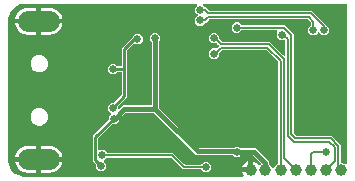
<source format=gbr>
G04 EAGLE Gerber RS-274X export*
G75*
%MOMM*%
%FSLAX34Y34*%
%LPD*%
%INBottom Copper*%
%IPPOS*%
%AMOC8*
5,1,8,0,0,1.08239X$1,22.5*%
G01*
%ADD10C,1.000000*%
%ADD11C,1.778000*%
%ADD12C,0.656400*%
%ADD13C,0.254000*%
%ADD14C,0.406400*%
%ADD15C,0.200000*%

G36*
X280920Y-227D02*
X280920Y-227D01*
X280995Y-226D01*
X281059Y-207D01*
X281124Y-197D01*
X281193Y-166D01*
X281266Y-145D01*
X281321Y-108D01*
X281381Y-81D01*
X281439Y-32D01*
X281502Y9D01*
X281545Y59D01*
X281596Y102D01*
X281637Y165D01*
X281686Y223D01*
X281714Y283D01*
X281750Y338D01*
X281772Y410D01*
X281804Y479D01*
X281813Y545D01*
X281832Y608D01*
X281833Y683D01*
X281844Y758D01*
X281835Y824D01*
X281836Y890D01*
X281816Y963D01*
X281806Y1037D01*
X281780Y1093D01*
X281761Y1162D01*
X281709Y1246D01*
X281676Y1317D01*
X281167Y2078D01*
X280599Y3451D01*
X280559Y3651D01*
X286850Y3651D01*
X286914Y3660D01*
X286978Y3659D01*
X287052Y3680D01*
X287129Y3691D01*
X287188Y3717D01*
X287250Y3734D01*
X287316Y3775D01*
X287386Y3807D01*
X287435Y3849D01*
X287490Y3882D01*
X287541Y3940D01*
X287600Y3990D01*
X287636Y4044D01*
X287679Y4092D01*
X287712Y4161D01*
X287755Y4226D01*
X287774Y4288D01*
X287802Y4345D01*
X287812Y4415D01*
X287837Y4496D01*
X287838Y4581D01*
X287849Y4650D01*
X287849Y5651D01*
X288850Y5651D01*
X288914Y5660D01*
X288978Y5659D01*
X289053Y5680D01*
X289129Y5691D01*
X289188Y5717D01*
X289250Y5734D01*
X289316Y5775D01*
X289386Y5807D01*
X289435Y5849D01*
X289490Y5882D01*
X289542Y5940D01*
X289600Y5990D01*
X289636Y6044D01*
X289679Y6092D01*
X289712Y6161D01*
X289755Y6226D01*
X289774Y6288D01*
X289802Y6346D01*
X289812Y6415D01*
X289837Y6496D01*
X289838Y6581D01*
X289849Y6650D01*
X289849Y12941D01*
X290050Y12901D01*
X291422Y12333D01*
X292657Y11507D01*
X293707Y10457D01*
X294209Y9707D01*
X294223Y9691D01*
X294232Y9673D01*
X294316Y9586D01*
X294397Y9496D01*
X294415Y9485D01*
X294429Y9470D01*
X294534Y9411D01*
X294636Y9347D01*
X294656Y9342D01*
X294675Y9331D01*
X294791Y9304D01*
X294908Y9271D01*
X294929Y9271D01*
X294949Y9267D01*
X295069Y9273D01*
X295190Y9274D01*
X295210Y9280D01*
X295231Y9281D01*
X295345Y9320D01*
X295460Y9355D01*
X295477Y9366D01*
X295497Y9373D01*
X295571Y9427D01*
X295696Y9509D01*
X295720Y9536D01*
X295746Y9555D01*
X296233Y10042D01*
X296272Y10093D01*
X296318Y10138D01*
X296356Y10206D01*
X296402Y10268D01*
X296425Y10328D01*
X296457Y10384D01*
X296475Y10459D01*
X296502Y10532D01*
X296507Y10595D01*
X296522Y10658D01*
X296518Y10736D01*
X296524Y10813D01*
X296512Y10871D01*
X296512Y10882D01*
X296510Y10889D01*
X296507Y10940D01*
X296482Y11013D01*
X296466Y11089D01*
X296442Y11134D01*
X296437Y11154D01*
X296428Y11168D01*
X296415Y11206D01*
X296374Y11263D01*
X296334Y11338D01*
X296305Y11367D01*
X296288Y11394D01*
X296257Y11423D01*
X296233Y11455D01*
X290030Y17659D01*
X289953Y17716D01*
X289882Y17781D01*
X289841Y17801D01*
X289804Y17828D01*
X289714Y17862D01*
X289628Y17904D01*
X289586Y17910D01*
X289540Y17927D01*
X289413Y17937D01*
X289323Y17951D01*
X279445Y17951D01*
X279350Y17938D01*
X279253Y17933D01*
X279210Y17918D01*
X279165Y17911D01*
X279078Y17872D01*
X278987Y17840D01*
X278953Y17815D01*
X278908Y17795D01*
X278811Y17712D01*
X278738Y17659D01*
X277781Y16701D01*
X274219Y16701D01*
X273162Y17759D01*
X273085Y17816D01*
X273014Y17881D01*
X272973Y17901D01*
X272936Y17928D01*
X272846Y17962D01*
X272760Y18004D01*
X272718Y18010D01*
X272673Y18027D01*
X272545Y18037D01*
X272455Y18051D01*
X241937Y18051D01*
X206330Y53659D01*
X206253Y53716D01*
X206182Y53781D01*
X206141Y53801D01*
X206104Y53828D01*
X206014Y53862D01*
X205928Y53904D01*
X205886Y53910D01*
X205840Y53927D01*
X205713Y53937D01*
X205623Y53951D01*
X182677Y53951D01*
X182582Y53938D01*
X182486Y53933D01*
X182442Y53918D01*
X182398Y53911D01*
X182310Y53872D01*
X182219Y53840D01*
X182185Y53815D01*
X182141Y53795D01*
X182043Y53712D01*
X181970Y53659D01*
X176591Y48280D01*
X176534Y48203D01*
X176469Y48132D01*
X176449Y48091D01*
X176422Y48054D01*
X176388Y47964D01*
X176346Y47878D01*
X176340Y47836D01*
X176323Y47790D01*
X176313Y47663D01*
X176299Y47573D01*
X176299Y47219D01*
X173781Y44701D01*
X171349Y44701D01*
X171254Y44688D01*
X171158Y44683D01*
X171115Y44668D01*
X171070Y44661D01*
X170982Y44622D01*
X170891Y44590D01*
X170857Y44565D01*
X170813Y44545D01*
X170716Y44462D01*
X170643Y44409D01*
X159011Y32777D01*
X158954Y32701D01*
X158889Y32629D01*
X158869Y32588D01*
X158842Y32552D01*
X158808Y32462D01*
X158766Y32375D01*
X158760Y32333D01*
X158743Y32288D01*
X158733Y32160D01*
X158719Y32071D01*
X158719Y23210D01*
X158723Y23178D01*
X158721Y23146D01*
X158743Y23039D01*
X158759Y22931D01*
X158772Y22902D01*
X158778Y22870D01*
X158830Y22774D01*
X158875Y22674D01*
X158896Y22650D01*
X158911Y22621D01*
X158987Y22543D01*
X159058Y22460D01*
X159085Y22442D01*
X159108Y22419D01*
X159203Y22365D01*
X159294Y22306D01*
X159325Y22296D01*
X159353Y22280D01*
X159460Y22255D01*
X159564Y22223D01*
X159596Y22223D01*
X159628Y22215D01*
X159737Y22221D01*
X159846Y22219D01*
X159877Y22228D01*
X159909Y22230D01*
X160012Y22265D01*
X160118Y22295D01*
X160124Y22299D01*
X163781Y22299D01*
X165770Y20309D01*
X165847Y20252D01*
X165918Y20187D01*
X165959Y20167D01*
X165996Y20140D01*
X166086Y20106D01*
X166172Y20064D01*
X166214Y20058D01*
X166259Y20041D01*
X166387Y20031D01*
X166477Y20017D01*
X221835Y20017D01*
X231543Y10309D01*
X231619Y10252D01*
X231691Y10187D01*
X231732Y10167D01*
X231768Y10140D01*
X231858Y10106D01*
X231945Y10064D01*
X231987Y10058D01*
X232032Y10041D01*
X232160Y10031D01*
X232249Y10017D01*
X245523Y10017D01*
X245618Y10030D01*
X245715Y10035D01*
X245758Y10050D01*
X245803Y10057D01*
X245890Y10096D01*
X245981Y10128D01*
X246015Y10153D01*
X246060Y10173D01*
X246157Y10256D01*
X246230Y10309D01*
X248219Y12299D01*
X251781Y12299D01*
X254299Y9781D01*
X254299Y6219D01*
X251781Y3701D01*
X248219Y3701D01*
X246230Y5691D01*
X246153Y5748D01*
X246082Y5813D01*
X246041Y5833D01*
X246004Y5860D01*
X245914Y5894D01*
X245828Y5936D01*
X245786Y5942D01*
X245741Y5959D01*
X245613Y5969D01*
X245523Y5983D01*
X230165Y5983D01*
X220457Y15691D01*
X220381Y15748D01*
X220309Y15813D01*
X220268Y15833D01*
X220232Y15860D01*
X220142Y15894D01*
X220055Y15936D01*
X220013Y15942D01*
X219968Y15959D01*
X219840Y15969D01*
X219751Y15983D01*
X166477Y15983D01*
X166382Y15970D01*
X166285Y15965D01*
X166242Y15950D01*
X166197Y15943D01*
X166110Y15904D01*
X166019Y15872D01*
X165985Y15847D01*
X165940Y15827D01*
X165843Y15744D01*
X165770Y15691D01*
X163786Y13707D01*
X163747Y13655D01*
X163701Y13610D01*
X163663Y13543D01*
X163617Y13481D01*
X163594Y13421D01*
X163562Y13365D01*
X163544Y13290D01*
X163517Y13217D01*
X163512Y13153D01*
X163497Y13091D01*
X163501Y13013D01*
X163495Y12936D01*
X163508Y12873D01*
X163512Y12809D01*
X163537Y12736D01*
X163553Y12660D01*
X163583Y12603D01*
X163604Y12542D01*
X163646Y12486D01*
X163685Y12411D01*
X163745Y12350D01*
X163786Y12293D01*
X165299Y10781D01*
X165299Y7219D01*
X162781Y4701D01*
X159219Y4701D01*
X156701Y7219D01*
X156701Y9777D01*
X156692Y9838D01*
X156693Y9883D01*
X156686Y9909D01*
X156683Y9968D01*
X156668Y10011D01*
X156661Y10056D01*
X156622Y10143D01*
X156618Y10154D01*
X156618Y10155D01*
X156590Y10234D01*
X156565Y10269D01*
X156545Y10313D01*
X156462Y10410D01*
X156409Y10483D01*
X155777Y11114D01*
X154145Y12746D01*
X154145Y34379D01*
X167409Y47643D01*
X167466Y47719D01*
X167531Y47791D01*
X167551Y47832D01*
X167578Y47868D01*
X167612Y47958D01*
X167654Y48044D01*
X167660Y48087D01*
X167677Y48132D01*
X167687Y48260D01*
X167701Y48349D01*
X167701Y50781D01*
X169214Y52293D01*
X169253Y52345D01*
X169299Y52390D01*
X169337Y52457D01*
X169383Y52519D01*
X169406Y52579D01*
X169438Y52635D01*
X169456Y52710D01*
X169483Y52783D01*
X169488Y52847D01*
X169503Y52910D01*
X169499Y52987D01*
X169505Y53064D01*
X169492Y53127D01*
X169488Y53191D01*
X169463Y53264D01*
X169447Y53340D01*
X169417Y53397D01*
X169396Y53458D01*
X169354Y53514D01*
X169315Y53589D01*
X169255Y53650D01*
X169214Y53707D01*
X166701Y56219D01*
X166701Y59781D01*
X169219Y62299D01*
X171651Y62299D01*
X171746Y62312D01*
X171842Y62317D01*
X171885Y62332D01*
X171930Y62339D01*
X172018Y62378D01*
X172108Y62410D01*
X172143Y62435D01*
X172187Y62455D01*
X172284Y62538D01*
X172357Y62591D01*
X178421Y68655D01*
X178478Y68731D01*
X178543Y68803D01*
X178563Y68844D01*
X178590Y68880D01*
X178624Y68970D01*
X178666Y69057D01*
X178672Y69099D01*
X178689Y69144D01*
X178699Y69272D01*
X178713Y69361D01*
X178713Y87714D01*
X178704Y87776D01*
X178705Y87825D01*
X178705Y87842D01*
X178684Y87917D01*
X178673Y87993D01*
X178647Y88052D01*
X178630Y88114D01*
X178589Y88180D01*
X178557Y88250D01*
X178515Y88299D01*
X178482Y88354D01*
X178424Y88406D01*
X178374Y88464D01*
X178320Y88500D01*
X178272Y88543D01*
X178203Y88576D01*
X178138Y88619D01*
X178076Y88638D01*
X178019Y88666D01*
X177949Y88677D01*
X177868Y88701D01*
X177783Y88702D01*
X177714Y88713D01*
X175207Y88713D01*
X175112Y88700D01*
X175015Y88695D01*
X174972Y88680D01*
X174927Y88673D01*
X174840Y88634D01*
X174749Y88602D01*
X174715Y88577D01*
X174670Y88557D01*
X174573Y88474D01*
X174500Y88421D01*
X172781Y86701D01*
X169219Y86701D01*
X166701Y89219D01*
X166701Y92781D01*
X169219Y95299D01*
X172781Y95299D01*
X174500Y93579D01*
X174577Y93522D01*
X174648Y93457D01*
X174689Y93437D01*
X174726Y93410D01*
X174816Y93376D01*
X174902Y93334D01*
X174944Y93328D01*
X174989Y93311D01*
X175117Y93301D01*
X175207Y93287D01*
X177714Y93287D01*
X177778Y93296D01*
X177842Y93295D01*
X177917Y93316D01*
X177993Y93327D01*
X178052Y93353D01*
X178114Y93370D01*
X178180Y93411D01*
X178250Y93443D01*
X178299Y93485D01*
X178354Y93518D01*
X178406Y93576D01*
X178464Y93626D01*
X178500Y93680D01*
X178543Y93728D01*
X178576Y93797D01*
X178619Y93862D01*
X178638Y93924D01*
X178666Y93981D01*
X178677Y94051D01*
X178701Y94132D01*
X178702Y94217D01*
X178713Y94286D01*
X178713Y108947D01*
X188109Y118343D01*
X188160Y118366D01*
X188251Y118398D01*
X188285Y118423D01*
X188330Y118443D01*
X188427Y118526D01*
X188500Y118579D01*
X190219Y120299D01*
X193781Y120299D01*
X196299Y117781D01*
X196299Y114219D01*
X193781Y111701D01*
X190219Y111701D01*
X189784Y112137D01*
X189732Y112175D01*
X189688Y112221D01*
X189620Y112260D01*
X189558Y112306D01*
X189498Y112329D01*
X189442Y112360D01*
X189367Y112378D01*
X189294Y112406D01*
X189230Y112411D01*
X189168Y112425D01*
X189090Y112421D01*
X189013Y112427D01*
X188950Y112414D01*
X188886Y112411D01*
X188813Y112386D01*
X188737Y112370D01*
X188680Y112340D01*
X188620Y112319D01*
X188563Y112277D01*
X188488Y112237D01*
X188427Y112178D01*
X188371Y112137D01*
X183579Y107345D01*
X183522Y107269D01*
X183457Y107197D01*
X183437Y107156D01*
X183410Y107120D01*
X183376Y107030D01*
X183334Y106943D01*
X183328Y106901D01*
X183311Y106856D01*
X183301Y106728D01*
X183287Y106639D01*
X183287Y67053D01*
X175591Y59357D01*
X175534Y59281D01*
X175469Y59209D01*
X175449Y59168D01*
X175422Y59132D01*
X175388Y59042D01*
X175346Y58955D01*
X175340Y58913D01*
X175323Y58868D01*
X175313Y58740D01*
X175299Y58651D01*
X175299Y58023D01*
X175303Y57991D01*
X175301Y57959D01*
X175323Y57852D01*
X175339Y57743D01*
X175352Y57714D01*
X175358Y57683D01*
X175410Y57586D01*
X175455Y57487D01*
X175476Y57462D01*
X175491Y57434D01*
X175567Y57355D01*
X175638Y57272D01*
X175665Y57255D01*
X175688Y57231D01*
X175783Y57178D01*
X175874Y57118D01*
X175905Y57108D01*
X175933Y57092D01*
X176039Y57067D01*
X176144Y57035D01*
X176176Y57035D01*
X176207Y57028D01*
X176317Y57033D01*
X176426Y57032D01*
X176457Y57040D01*
X176489Y57042D01*
X176592Y57078D01*
X176698Y57107D01*
X176725Y57124D01*
X176756Y57134D01*
X176829Y57188D01*
X176938Y57255D01*
X176970Y57291D01*
X177005Y57316D01*
X179737Y60049D01*
X202952Y60049D01*
X203016Y60058D01*
X203080Y60057D01*
X203155Y60078D01*
X203231Y60089D01*
X203290Y60115D01*
X203352Y60132D01*
X203418Y60173D01*
X203488Y60205D01*
X203537Y60247D01*
X203592Y60280D01*
X203644Y60338D01*
X203702Y60388D01*
X203738Y60442D01*
X203781Y60490D01*
X203814Y60559D01*
X203857Y60624D01*
X203876Y60686D01*
X203904Y60743D01*
X203915Y60813D01*
X203939Y60894D01*
X203940Y60979D01*
X203951Y61048D01*
X203951Y113555D01*
X203938Y113650D01*
X203933Y113747D01*
X203918Y113790D01*
X203911Y113835D01*
X203872Y113922D01*
X203840Y114013D01*
X203815Y114047D01*
X203795Y114092D01*
X203712Y114189D01*
X203659Y114262D01*
X202701Y115219D01*
X202701Y118781D01*
X205219Y121299D01*
X208781Y121299D01*
X211299Y118781D01*
X211299Y115219D01*
X210341Y114262D01*
X210284Y114185D01*
X210219Y114114D01*
X210199Y114073D01*
X210172Y114036D01*
X210138Y113946D01*
X210096Y113860D01*
X210090Y113818D01*
X210073Y113773D01*
X210063Y113645D01*
X210049Y113555D01*
X210049Y58977D01*
X210062Y58882D01*
X210067Y58786D01*
X210082Y58742D01*
X210089Y58698D01*
X210128Y58610D01*
X210160Y58519D01*
X210185Y58485D01*
X210205Y58441D01*
X210288Y58343D01*
X210341Y58270D01*
X244170Y24441D01*
X244247Y24384D01*
X244318Y24319D01*
X244359Y24299D01*
X244396Y24272D01*
X244486Y24238D01*
X244572Y24196D01*
X244614Y24190D01*
X244660Y24173D01*
X244787Y24163D01*
X244877Y24149D01*
X272655Y24149D01*
X272750Y24162D01*
X272847Y24167D01*
X272890Y24182D01*
X272935Y24189D01*
X273022Y24228D01*
X273113Y24260D01*
X273147Y24285D01*
X273192Y24305D01*
X273289Y24388D01*
X273362Y24441D01*
X274219Y25299D01*
X277781Y25299D01*
X278738Y24341D01*
X278815Y24284D01*
X278886Y24219D01*
X278927Y24199D01*
X278964Y24172D01*
X279054Y24138D01*
X279140Y24096D01*
X279182Y24090D01*
X279227Y24073D01*
X279355Y24063D01*
X279445Y24049D01*
X292263Y24049D01*
X303399Y12913D01*
X303399Y11524D01*
X303412Y11429D01*
X303417Y11333D01*
X303432Y11290D01*
X303439Y11245D01*
X303478Y11157D01*
X303510Y11067D01*
X303535Y11032D01*
X303555Y10988D01*
X303638Y10891D01*
X303691Y10818D01*
X305451Y9058D01*
X305898Y7980D01*
X305914Y7952D01*
X305924Y7921D01*
X305986Y7831D01*
X306041Y7737D01*
X306065Y7715D01*
X306083Y7688D01*
X306167Y7619D01*
X306247Y7544D01*
X306276Y7529D01*
X306300Y7509D01*
X306401Y7466D01*
X306498Y7416D01*
X306530Y7410D01*
X306560Y7397D01*
X306668Y7384D01*
X306775Y7364D01*
X306808Y7367D01*
X306839Y7363D01*
X306947Y7380D01*
X307056Y7391D01*
X307086Y7403D01*
X307118Y7408D01*
X307217Y7455D01*
X307318Y7495D01*
X307343Y7515D01*
X307373Y7529D01*
X307454Y7602D01*
X307540Y7669D01*
X307559Y7695D01*
X307583Y7716D01*
X307630Y7794D01*
X307705Y7897D01*
X307722Y7943D01*
X307744Y7980D01*
X308149Y8958D01*
X309842Y10651D01*
X310616Y10972D01*
X310624Y10976D01*
X310634Y10979D01*
X310747Y11049D01*
X310859Y11115D01*
X310866Y11122D01*
X310874Y11127D01*
X310962Y11225D01*
X311052Y11321D01*
X311056Y11329D01*
X311063Y11336D01*
X311120Y11454D01*
X311180Y11572D01*
X311182Y11582D01*
X311186Y11590D01*
X311198Y11666D01*
X311232Y11849D01*
X311230Y11873D01*
X311233Y11895D01*
X311233Y96501D01*
X311220Y96596D01*
X311215Y96692D01*
X311200Y96735D01*
X311193Y96780D01*
X311154Y96867D01*
X311122Y96958D01*
X311097Y96993D01*
X311077Y97037D01*
X310994Y97134D01*
X310941Y97207D01*
X301457Y106691D01*
X301381Y106748D01*
X301309Y106813D01*
X301268Y106833D01*
X301232Y106860D01*
X301142Y106894D01*
X301055Y106936D01*
X301013Y106942D01*
X300968Y106959D01*
X300840Y106969D01*
X300751Y106983D01*
X264249Y106983D01*
X264154Y106970D01*
X264058Y106965D01*
X264015Y106950D01*
X263970Y106943D01*
X263883Y106904D01*
X263792Y106872D01*
X263757Y106847D01*
X263713Y106827D01*
X263616Y106744D01*
X263543Y106691D01*
X261591Y104739D01*
X261534Y104663D01*
X261469Y104591D01*
X261449Y104550D01*
X261422Y104514D01*
X261388Y104424D01*
X261346Y104337D01*
X261340Y104295D01*
X261323Y104250D01*
X261313Y104122D01*
X261299Y104033D01*
X261299Y102219D01*
X258781Y99701D01*
X255219Y99701D01*
X252701Y102219D01*
X252701Y105781D01*
X255219Y108299D01*
X259033Y108299D01*
X259128Y108312D01*
X259224Y108317D01*
X259267Y108332D01*
X259312Y108339D01*
X259399Y108378D01*
X259490Y108410D01*
X259525Y108435D01*
X259569Y108455D01*
X259666Y108538D01*
X259739Y108591D01*
X260941Y109793D01*
X260980Y109845D01*
X261026Y109890D01*
X261064Y109957D01*
X261111Y110019D01*
X261133Y110079D01*
X261165Y110135D01*
X261183Y110210D01*
X261210Y110283D01*
X261215Y110347D01*
X261230Y110410D01*
X261226Y110487D01*
X261232Y110564D01*
X261219Y110627D01*
X261216Y110691D01*
X261190Y110764D01*
X261174Y110840D01*
X261144Y110897D01*
X261123Y110958D01*
X261082Y111014D01*
X261042Y111089D01*
X260983Y111150D01*
X260941Y111207D01*
X260522Y111626D01*
X259739Y112409D01*
X259663Y112466D01*
X259591Y112531D01*
X259550Y112551D01*
X259514Y112578D01*
X259424Y112612D01*
X259337Y112654D01*
X259295Y112660D01*
X259250Y112677D01*
X259122Y112687D01*
X259033Y112701D01*
X255219Y112701D01*
X252701Y115219D01*
X252701Y118781D01*
X255219Y121299D01*
X258781Y121299D01*
X261299Y118781D01*
X261299Y116967D01*
X261312Y116872D01*
X261317Y116776D01*
X261332Y116733D01*
X261339Y116688D01*
X261378Y116601D01*
X261410Y116510D01*
X261435Y116475D01*
X261455Y116431D01*
X261538Y116334D01*
X261591Y116261D01*
X263374Y114478D01*
X263451Y114421D01*
X263522Y114356D01*
X263563Y114336D01*
X263599Y114309D01*
X263689Y114275D01*
X263776Y114233D01*
X263818Y114227D01*
X263863Y114209D01*
X263991Y114200D01*
X264080Y114186D01*
X303932Y114186D01*
X305406Y112712D01*
X315559Y102558D01*
X315585Y102539D01*
X315606Y102514D01*
X315698Y102454D01*
X315785Y102389D01*
X315815Y102377D01*
X315842Y102360D01*
X315947Y102328D01*
X316049Y102289D01*
X316081Y102287D01*
X316112Y102277D01*
X316221Y102276D01*
X316330Y102267D01*
X316362Y102274D01*
X316394Y102273D01*
X316499Y102303D01*
X316606Y102325D01*
X316635Y102340D01*
X316666Y102349D01*
X316759Y102406D01*
X316855Y102457D01*
X316878Y102480D01*
X316906Y102497D01*
X316979Y102578D01*
X317057Y102654D01*
X317073Y102682D01*
X317095Y102706D01*
X317142Y102804D01*
X317196Y102900D01*
X317204Y102931D01*
X317218Y102960D01*
X317232Y103049D01*
X317261Y103174D01*
X317259Y103222D01*
X317265Y103265D01*
X317265Y114774D01*
X317261Y114805D01*
X317263Y114838D01*
X317241Y114945D01*
X317225Y115053D01*
X317212Y115082D01*
X317206Y115114D01*
X317154Y115210D01*
X317109Y115310D01*
X317088Y115334D01*
X317073Y115363D01*
X316997Y115441D01*
X316926Y115524D01*
X316899Y115542D01*
X316876Y115565D01*
X316781Y115619D01*
X316690Y115678D01*
X316659Y115688D01*
X316631Y115704D01*
X316525Y115729D01*
X316420Y115761D01*
X316388Y115761D01*
X316356Y115769D01*
X316247Y115763D01*
X316138Y115765D01*
X316107Y115756D01*
X316075Y115754D01*
X315972Y115719D01*
X315909Y115701D01*
X312219Y115701D01*
X309701Y118219D01*
X309701Y121781D01*
X310198Y122277D01*
X310217Y122303D01*
X310242Y122324D01*
X310302Y122416D01*
X310367Y122503D01*
X310379Y122533D01*
X310396Y122560D01*
X310428Y122665D01*
X310467Y122767D01*
X310469Y122799D01*
X310479Y122830D01*
X310480Y122939D01*
X310489Y123048D01*
X310482Y123080D01*
X310483Y123112D01*
X310453Y123217D01*
X310431Y123324D01*
X310416Y123353D01*
X310407Y123384D01*
X310350Y123477D01*
X310299Y123573D01*
X310276Y123596D01*
X310259Y123624D01*
X310178Y123697D01*
X310102Y123775D01*
X310074Y123791D01*
X310050Y123813D01*
X309952Y123860D01*
X309857Y123914D01*
X309825Y123922D01*
X309796Y123936D01*
X309707Y123950D01*
X309582Y123979D01*
X309534Y123977D01*
X309492Y123983D01*
X280477Y123983D01*
X280382Y123970D01*
X280285Y123965D01*
X280242Y123950D01*
X280197Y123943D01*
X280110Y123904D01*
X280019Y123872D01*
X279985Y123847D01*
X279940Y123827D01*
X279843Y123744D01*
X279770Y123691D01*
X277781Y121701D01*
X274219Y121701D01*
X271701Y124219D01*
X271701Y127781D01*
X274219Y130299D01*
X277781Y130299D01*
X279770Y128309D01*
X279847Y128252D01*
X279918Y128187D01*
X279959Y128167D01*
X279996Y128140D01*
X280086Y128106D01*
X280172Y128064D01*
X280214Y128058D01*
X280259Y128041D01*
X280387Y128031D01*
X280477Y128017D01*
X317133Y128017D01*
X324315Y120835D01*
X324315Y36951D01*
X324328Y36856D01*
X324333Y36760D01*
X324348Y36717D01*
X324355Y36672D01*
X324394Y36585D01*
X324426Y36494D01*
X324451Y36459D01*
X324471Y36415D01*
X324554Y36318D01*
X324607Y36245D01*
X326043Y34809D01*
X326119Y34752D01*
X326191Y34687D01*
X326232Y34667D01*
X326268Y34640D01*
X326358Y34606D01*
X326445Y34564D01*
X326487Y34558D01*
X326532Y34541D01*
X326660Y34531D01*
X326749Y34517D01*
X356335Y34517D01*
X364117Y26735D01*
X364117Y12666D01*
X364126Y12602D01*
X364125Y12538D01*
X364146Y12463D01*
X364157Y12387D01*
X364183Y12328D01*
X364200Y12266D01*
X364241Y12200D01*
X364273Y12130D01*
X364315Y12081D01*
X364348Y12026D01*
X364406Y11974D01*
X364456Y11916D01*
X364510Y11880D01*
X364558Y11837D01*
X364627Y11804D01*
X364692Y11761D01*
X364754Y11742D01*
X364811Y11714D01*
X364881Y11703D01*
X364962Y11679D01*
X365047Y11678D01*
X365116Y11667D01*
X365297Y11667D01*
X367508Y10751D01*
X367531Y10728D01*
X367557Y10708D01*
X367578Y10684D01*
X367670Y10624D01*
X367757Y10558D01*
X367787Y10547D01*
X367814Y10529D01*
X367919Y10497D01*
X368021Y10459D01*
X368053Y10456D01*
X368084Y10447D01*
X368193Y10445D01*
X368302Y10437D01*
X368334Y10443D01*
X368366Y10443D01*
X368471Y10472D01*
X368578Y10494D01*
X368607Y10510D01*
X368638Y10518D01*
X368731Y10576D01*
X368827Y10627D01*
X368850Y10649D01*
X368878Y10666D01*
X368951Y10747D01*
X369029Y10824D01*
X369045Y10852D01*
X369067Y10876D01*
X369114Y10974D01*
X369168Y11069D01*
X369176Y11100D01*
X369190Y11129D01*
X369204Y11219D01*
X369233Y11343D01*
X369231Y11392D01*
X369237Y11434D01*
X369237Y145238D01*
X369228Y145302D01*
X369229Y145366D01*
X369208Y145441D01*
X369197Y145517D01*
X369171Y145576D01*
X369154Y145638D01*
X369113Y145704D01*
X369081Y145774D01*
X369039Y145823D01*
X369006Y145878D01*
X368948Y145930D01*
X368898Y145988D01*
X368844Y146024D01*
X368796Y146067D01*
X368727Y146100D01*
X368662Y146143D01*
X368600Y146162D01*
X368543Y146190D01*
X368473Y146201D01*
X368392Y146225D01*
X368307Y146226D01*
X368238Y146237D01*
X248254Y146237D01*
X248223Y146233D01*
X248190Y146235D01*
X248083Y146213D01*
X247975Y146197D01*
X247946Y146184D01*
X247914Y146178D01*
X247818Y146126D01*
X247718Y146081D01*
X247694Y146060D01*
X247665Y146045D01*
X247587Y145969D01*
X247504Y145898D01*
X247486Y145871D01*
X247463Y145848D01*
X247409Y145753D01*
X247350Y145662D01*
X247340Y145631D01*
X247324Y145603D01*
X247299Y145496D01*
X247267Y145392D01*
X247267Y145360D01*
X247259Y145329D01*
X247265Y145219D01*
X247263Y145110D01*
X247272Y145079D01*
X247274Y145047D01*
X247309Y144944D01*
X247339Y144838D01*
X247356Y144811D01*
X247366Y144780D01*
X247419Y144707D01*
X247487Y144598D01*
X247523Y144566D01*
X247548Y144531D01*
X248770Y143309D01*
X248847Y143252D01*
X248918Y143187D01*
X248959Y143167D01*
X248995Y143140D01*
X249086Y143106D01*
X249172Y143064D01*
X249214Y143058D01*
X249259Y143041D01*
X249387Y143031D01*
X249476Y143017D01*
X249835Y143017D01*
X252543Y140309D01*
X252619Y140252D01*
X252691Y140187D01*
X252732Y140167D01*
X252768Y140140D01*
X252858Y140106D01*
X252945Y140064D01*
X252987Y140058D01*
X253032Y140041D01*
X253160Y140031D01*
X253249Y140017D01*
X339835Y140017D01*
X351261Y128591D01*
X351337Y128534D01*
X351409Y128469D01*
X351450Y128449D01*
X351486Y128422D01*
X351576Y128388D01*
X351663Y128346D01*
X351705Y128340D01*
X351750Y128323D01*
X351757Y128322D01*
X354299Y125781D01*
X354299Y122219D01*
X351781Y119701D01*
X348219Y119701D01*
X346207Y121714D01*
X346155Y121753D01*
X346110Y121799D01*
X346043Y121837D01*
X345981Y121883D01*
X345921Y121906D01*
X345865Y121938D01*
X345790Y121956D01*
X345717Y121983D01*
X345653Y121988D01*
X345591Y122003D01*
X345513Y121999D01*
X345436Y122005D01*
X345373Y121992D01*
X345309Y121988D01*
X345236Y121963D01*
X345160Y121947D01*
X345103Y121917D01*
X345042Y121896D01*
X344986Y121854D01*
X344911Y121815D01*
X344850Y121755D01*
X344793Y121714D01*
X342781Y119701D01*
X339219Y119701D01*
X336701Y122219D01*
X336701Y125781D01*
X338691Y127770D01*
X338748Y127847D01*
X338813Y127918D01*
X338833Y127959D01*
X338860Y127996D01*
X338894Y128086D01*
X338936Y128172D01*
X338942Y128214D01*
X338959Y128259D01*
X338969Y128387D01*
X338983Y128477D01*
X338983Y129751D01*
X338970Y129846D01*
X338965Y129942D01*
X338950Y129985D01*
X338943Y130030D01*
X338904Y130117D01*
X338872Y130208D01*
X338847Y130243D01*
X338827Y130287D01*
X338744Y130384D01*
X338691Y130457D01*
X336473Y132675D01*
X336397Y132732D01*
X336325Y132797D01*
X336284Y132817D01*
X336248Y132844D01*
X336158Y132878D01*
X336071Y132920D01*
X336029Y132926D01*
X335984Y132943D01*
X335856Y132953D01*
X335767Y132967D01*
X253233Y132967D01*
X253138Y132954D01*
X253042Y132949D01*
X252999Y132934D01*
X252954Y132927D01*
X252867Y132888D01*
X252776Y132856D01*
X252741Y132831D01*
X252697Y132811D01*
X252600Y132728D01*
X252527Y132675D01*
X249835Y129983D01*
X249477Y129983D01*
X249382Y129970D01*
X249285Y129965D01*
X249242Y129950D01*
X249197Y129943D01*
X249110Y129904D01*
X249019Y129872D01*
X248985Y129847D01*
X248940Y129827D01*
X248843Y129744D01*
X248770Y129691D01*
X246781Y127701D01*
X243219Y127701D01*
X240701Y130219D01*
X240701Y133781D01*
X242714Y135793D01*
X242753Y135845D01*
X242799Y135890D01*
X242837Y135957D01*
X242883Y136019D01*
X242906Y136079D01*
X242938Y136135D01*
X242956Y136210D01*
X242983Y136283D01*
X242988Y136347D01*
X243003Y136410D01*
X242999Y136487D01*
X243005Y136564D01*
X242992Y136627D01*
X242988Y136691D01*
X242963Y136764D01*
X242947Y136840D01*
X242917Y136897D01*
X242896Y136958D01*
X242854Y137014D01*
X242815Y137089D01*
X242755Y137150D01*
X242714Y137207D01*
X240701Y139219D01*
X240701Y142781D01*
X242452Y144531D01*
X242471Y144557D01*
X242496Y144578D01*
X242556Y144670D01*
X242621Y144757D01*
X242633Y144787D01*
X242650Y144814D01*
X242682Y144919D01*
X242721Y145021D01*
X242723Y145053D01*
X242733Y145084D01*
X242734Y145193D01*
X242743Y145302D01*
X242736Y145334D01*
X242737Y145366D01*
X242707Y145471D01*
X242685Y145578D01*
X242670Y145607D01*
X242661Y145638D01*
X242604Y145731D01*
X242553Y145827D01*
X242530Y145850D01*
X242513Y145878D01*
X242432Y145951D01*
X242356Y146029D01*
X242328Y146045D01*
X242304Y146067D01*
X242206Y146114D01*
X242111Y146168D01*
X242079Y146176D01*
X242050Y146190D01*
X241961Y146204D01*
X241836Y146233D01*
X241788Y146231D01*
X241746Y146237D01*
X95194Y146237D01*
X95107Y146225D01*
X95036Y146225D01*
X92806Y145868D01*
X92546Y145788D01*
X92538Y145785D01*
X88384Y143824D01*
X88355Y143805D01*
X88324Y143793D01*
X88253Y143738D01*
X88148Y143669D01*
X88116Y143631D01*
X88081Y143604D01*
X84939Y140252D01*
X84920Y140225D01*
X84895Y140202D01*
X84850Y140124D01*
X84777Y140021D01*
X84761Y139974D01*
X84739Y139936D01*
X83050Y135664D01*
X82986Y135397D01*
X82984Y135391D01*
X82984Y135390D01*
X82767Y133094D01*
X82770Y133044D01*
X82763Y133000D01*
X82763Y13000D01*
X82770Y12948D01*
X82768Y12902D01*
X83003Y10515D01*
X83070Y10241D01*
X83073Y10235D01*
X83074Y10230D01*
X84901Y5819D01*
X84922Y5783D01*
X84936Y5743D01*
X84987Y5674D01*
X85045Y5576D01*
X85088Y5536D01*
X85118Y5494D01*
X88494Y2118D01*
X88528Y2093D01*
X88555Y2062D01*
X88629Y2017D01*
X88720Y1949D01*
X88775Y1928D01*
X88819Y1901D01*
X93230Y74D01*
X93503Y4D01*
X93509Y4D01*
X93515Y3D01*
X95902Y-232D01*
X95954Y-230D01*
X96000Y-237D01*
X280845Y-237D01*
X280920Y-227D01*
G37*
%LPC*%
G36*
X98510Y3069D02*
X98510Y3069D01*
X96733Y3351D01*
X95022Y3907D01*
X93419Y4724D01*
X91963Y5781D01*
X90691Y7053D01*
X89634Y8509D01*
X88817Y10112D01*
X88261Y11823D01*
X88153Y12501D01*
X93300Y12501D01*
X93364Y12510D01*
X93428Y12509D01*
X93503Y12530D01*
X93579Y12541D01*
X93638Y12567D01*
X93700Y12584D01*
X93766Y12625D01*
X93836Y12657D01*
X93885Y12699D01*
X93940Y12732D01*
X93992Y12790D01*
X94050Y12840D01*
X94086Y12894D01*
X94129Y12942D01*
X94162Y13011D01*
X94205Y13076D01*
X94224Y13138D01*
X94252Y13195D01*
X94263Y13265D01*
X94287Y13346D01*
X94288Y13431D01*
X94299Y13500D01*
X94299Y15500D01*
X94290Y15564D01*
X94291Y15628D01*
X94270Y15703D01*
X94259Y15779D01*
X94233Y15838D01*
X94216Y15900D01*
X94175Y15966D01*
X94143Y16036D01*
X94101Y16085D01*
X94068Y16140D01*
X94010Y16192D01*
X93960Y16250D01*
X93906Y16286D01*
X93858Y16329D01*
X93789Y16362D01*
X93724Y16405D01*
X93662Y16424D01*
X93605Y16452D01*
X93535Y16462D01*
X93454Y16487D01*
X93369Y16488D01*
X93300Y16499D01*
X88153Y16499D01*
X88261Y17177D01*
X88817Y18888D01*
X89634Y20491D01*
X90691Y21947D01*
X91963Y23219D01*
X93419Y24276D01*
X95022Y25093D01*
X96733Y25649D01*
X98510Y25931D01*
X106301Y25931D01*
X106301Y20834D01*
X106302Y20825D01*
X106301Y20815D01*
X106322Y20685D01*
X106341Y20555D01*
X106344Y20546D01*
X106346Y20537D01*
X106403Y20417D01*
X106457Y20298D01*
X106463Y20291D01*
X106467Y20282D01*
X106555Y20183D01*
X106640Y20084D01*
X106648Y20078D01*
X106654Y20071D01*
X106720Y20031D01*
X106876Y19929D01*
X106899Y19922D01*
X106918Y19911D01*
X107778Y19555D01*
X107819Y19524D01*
X107879Y19501D01*
X107935Y19469D01*
X108011Y19451D01*
X108083Y19424D01*
X108147Y19419D01*
X108210Y19404D01*
X108287Y19408D01*
X108364Y19402D01*
X108427Y19415D01*
X108492Y19419D01*
X108565Y19444D01*
X108640Y19460D01*
X108697Y19490D01*
X108758Y19511D01*
X108811Y19550D01*
X109682Y19911D01*
X109690Y19916D01*
X109700Y19918D01*
X109812Y19988D01*
X109925Y20054D01*
X109932Y20061D01*
X109940Y20066D01*
X110028Y20164D01*
X110118Y20260D01*
X110122Y20269D01*
X110129Y20276D01*
X110186Y20394D01*
X110246Y20512D01*
X110248Y20521D01*
X110252Y20529D01*
X110263Y20605D01*
X110298Y20789D01*
X110296Y20813D01*
X110299Y20834D01*
X110299Y25931D01*
X118090Y25931D01*
X119867Y25649D01*
X121578Y25093D01*
X123181Y24276D01*
X124637Y23219D01*
X125909Y21947D01*
X126966Y20491D01*
X127783Y18888D01*
X128339Y17177D01*
X128447Y16499D01*
X123300Y16499D01*
X123236Y16490D01*
X123172Y16491D01*
X123097Y16470D01*
X123021Y16459D01*
X122962Y16433D01*
X122900Y16416D01*
X122834Y16375D01*
X122764Y16343D01*
X122715Y16301D01*
X122660Y16268D01*
X122608Y16210D01*
X122550Y16160D01*
X122514Y16106D01*
X122471Y16058D01*
X122438Y15989D01*
X122395Y15924D01*
X122376Y15862D01*
X122348Y15805D01*
X122337Y15735D01*
X122313Y15654D01*
X122312Y15569D01*
X122301Y15500D01*
X122301Y13500D01*
X122310Y13436D01*
X122309Y13372D01*
X122330Y13297D01*
X122341Y13221D01*
X122367Y13162D01*
X122384Y13100D01*
X122425Y13034D01*
X122457Y12964D01*
X122499Y12915D01*
X122532Y12860D01*
X122590Y12808D01*
X122640Y12750D01*
X122694Y12714D01*
X122742Y12671D01*
X122811Y12638D01*
X122876Y12595D01*
X122938Y12576D01*
X122995Y12548D01*
X123065Y12537D01*
X123146Y12513D01*
X123231Y12512D01*
X123300Y12501D01*
X128447Y12501D01*
X128339Y11823D01*
X127783Y10112D01*
X126966Y8509D01*
X125909Y7053D01*
X124637Y5781D01*
X123181Y4724D01*
X121578Y3907D01*
X119867Y3351D01*
X118090Y3069D01*
X110299Y3069D01*
X110299Y8166D01*
X110298Y8175D01*
X110299Y8185D01*
X110278Y8315D01*
X110259Y8445D01*
X110256Y8454D01*
X110254Y8463D01*
X110197Y8582D01*
X110143Y8702D01*
X110137Y8709D01*
X110133Y8718D01*
X110045Y8816D01*
X109960Y8916D01*
X109952Y8922D01*
X109946Y8929D01*
X109880Y8969D01*
X109724Y9071D01*
X109701Y9078D01*
X109682Y9089D01*
X108823Y9445D01*
X108781Y9476D01*
X108721Y9499D01*
X108665Y9531D01*
X108590Y9549D01*
X108518Y9576D01*
X108453Y9581D01*
X108391Y9596D01*
X108313Y9592D01*
X108236Y9598D01*
X108173Y9585D01*
X108109Y9581D01*
X108036Y9556D01*
X107960Y9540D01*
X107903Y9510D01*
X107842Y9489D01*
X107790Y9450D01*
X106918Y9089D01*
X106909Y9084D01*
X106900Y9082D01*
X106788Y9012D01*
X106675Y8945D01*
X106668Y8939D01*
X106660Y8934D01*
X106572Y8836D01*
X106482Y8740D01*
X106478Y8731D01*
X106471Y8724D01*
X106414Y8606D01*
X106354Y8488D01*
X106352Y8479D01*
X106348Y8471D01*
X106336Y8395D01*
X106302Y8211D01*
X106304Y8187D01*
X106301Y8166D01*
X106301Y3069D01*
X98510Y3069D01*
G37*
%LPD*%
%LPC*%
G36*
X98510Y120069D02*
X98510Y120069D01*
X96733Y120351D01*
X95022Y120907D01*
X93419Y121724D01*
X91963Y122781D01*
X90691Y124053D01*
X89634Y125509D01*
X88817Y127112D01*
X88261Y128823D01*
X88153Y129501D01*
X93300Y129501D01*
X93364Y129510D01*
X93428Y129509D01*
X93503Y129530D01*
X93579Y129541D01*
X93638Y129567D01*
X93700Y129584D01*
X93766Y129625D01*
X93836Y129657D01*
X93885Y129699D01*
X93940Y129732D01*
X93992Y129790D01*
X94050Y129840D01*
X94086Y129894D01*
X94129Y129942D01*
X94162Y130011D01*
X94205Y130076D01*
X94224Y130138D01*
X94252Y130195D01*
X94263Y130265D01*
X94287Y130346D01*
X94288Y130431D01*
X94299Y130500D01*
X94299Y132500D01*
X94290Y132564D01*
X94291Y132628D01*
X94270Y132703D01*
X94259Y132779D01*
X94233Y132838D01*
X94216Y132900D01*
X94175Y132966D01*
X94143Y133036D01*
X94101Y133085D01*
X94068Y133140D01*
X94010Y133192D01*
X93960Y133250D01*
X93906Y133286D01*
X93858Y133329D01*
X93789Y133362D01*
X93724Y133405D01*
X93662Y133424D01*
X93605Y133452D01*
X93535Y133462D01*
X93454Y133487D01*
X93369Y133488D01*
X93300Y133499D01*
X88153Y133499D01*
X88261Y134177D01*
X88817Y135888D01*
X89634Y137491D01*
X90691Y138947D01*
X91963Y140219D01*
X93419Y141276D01*
X95022Y142093D01*
X96733Y142649D01*
X98510Y142931D01*
X106301Y142931D01*
X106301Y137834D01*
X106302Y137825D01*
X106301Y137815D01*
X106322Y137685D01*
X106341Y137555D01*
X106344Y137546D01*
X106346Y137537D01*
X106403Y137417D01*
X106457Y137298D01*
X106463Y137291D01*
X106467Y137282D01*
X106555Y137183D01*
X106640Y137084D01*
X106648Y137078D01*
X106654Y137071D01*
X106720Y137031D01*
X106876Y136929D01*
X106899Y136922D01*
X106918Y136911D01*
X107778Y136555D01*
X107819Y136524D01*
X107879Y136501D01*
X107935Y136469D01*
X108011Y136451D01*
X108083Y136424D01*
X108147Y136419D01*
X108210Y136404D01*
X108287Y136408D01*
X108364Y136402D01*
X108427Y136415D01*
X108492Y136419D01*
X108565Y136444D01*
X108640Y136460D01*
X108697Y136490D01*
X108758Y136511D01*
X108811Y136550D01*
X109682Y136911D01*
X109690Y136916D01*
X109700Y136918D01*
X109812Y136988D01*
X109925Y137054D01*
X109932Y137061D01*
X109940Y137066D01*
X110028Y137164D01*
X110118Y137260D01*
X110122Y137269D01*
X110129Y137276D01*
X110186Y137394D01*
X110246Y137512D01*
X110248Y137521D01*
X110252Y137529D01*
X110263Y137605D01*
X110298Y137789D01*
X110296Y137813D01*
X110299Y137834D01*
X110299Y142931D01*
X118090Y142931D01*
X119867Y142649D01*
X121578Y142093D01*
X123181Y141276D01*
X124637Y140219D01*
X125909Y138947D01*
X126966Y137491D01*
X127783Y135888D01*
X128339Y134177D01*
X128447Y133499D01*
X123300Y133499D01*
X123236Y133490D01*
X123172Y133491D01*
X123097Y133470D01*
X123021Y133459D01*
X122962Y133433D01*
X122900Y133416D01*
X122834Y133375D01*
X122764Y133343D01*
X122715Y133301D01*
X122660Y133268D01*
X122608Y133210D01*
X122550Y133160D01*
X122514Y133106D01*
X122471Y133058D01*
X122438Y132989D01*
X122395Y132924D01*
X122376Y132862D01*
X122348Y132805D01*
X122337Y132735D01*
X122313Y132654D01*
X122312Y132569D01*
X122301Y132500D01*
X122301Y130500D01*
X122310Y130436D01*
X122309Y130372D01*
X122330Y130297D01*
X122341Y130221D01*
X122367Y130162D01*
X122384Y130100D01*
X122425Y130034D01*
X122457Y129964D01*
X122499Y129915D01*
X122532Y129860D01*
X122590Y129808D01*
X122640Y129750D01*
X122694Y129714D01*
X122742Y129671D01*
X122811Y129638D01*
X122876Y129595D01*
X122938Y129576D01*
X122995Y129548D01*
X123065Y129537D01*
X123146Y129513D01*
X123231Y129512D01*
X123300Y129501D01*
X128447Y129501D01*
X128339Y128823D01*
X127783Y127112D01*
X126966Y125509D01*
X125909Y124053D01*
X124637Y122781D01*
X123181Y121724D01*
X121578Y120907D01*
X119867Y120351D01*
X118090Y120069D01*
X110299Y120069D01*
X110299Y125166D01*
X110298Y125175D01*
X110299Y125185D01*
X110278Y125315D01*
X110259Y125445D01*
X110256Y125454D01*
X110254Y125463D01*
X110197Y125582D01*
X110143Y125702D01*
X110137Y125709D01*
X110133Y125718D01*
X110045Y125816D01*
X109960Y125916D01*
X109952Y125922D01*
X109946Y125929D01*
X109880Y125969D01*
X109724Y126071D01*
X109701Y126078D01*
X109682Y126089D01*
X108823Y126445D01*
X108781Y126476D01*
X108721Y126499D01*
X108665Y126531D01*
X108590Y126549D01*
X108518Y126576D01*
X108453Y126581D01*
X108391Y126596D01*
X108313Y126592D01*
X108236Y126598D01*
X108173Y126585D01*
X108109Y126581D01*
X108036Y126556D01*
X107960Y126540D01*
X107903Y126510D01*
X107842Y126489D01*
X107790Y126450D01*
X106918Y126089D01*
X106909Y126084D01*
X106900Y126082D01*
X106788Y126012D01*
X106675Y125945D01*
X106668Y125939D01*
X106660Y125934D01*
X106572Y125836D01*
X106482Y125740D01*
X106478Y125731D01*
X106471Y125724D01*
X106414Y125605D01*
X106354Y125488D01*
X106352Y125479D01*
X106348Y125471D01*
X106336Y125395D01*
X106302Y125211D01*
X106304Y125187D01*
X106301Y125166D01*
X106301Y120069D01*
X98510Y120069D01*
G37*
%LPD*%
%LPC*%
G36*
X107508Y87999D02*
X107508Y87999D01*
X104751Y89141D01*
X102641Y91251D01*
X101499Y94008D01*
X101499Y96992D01*
X102641Y99749D01*
X104751Y101859D01*
X107508Y103001D01*
X110492Y103001D01*
X113249Y101859D01*
X115359Y99749D01*
X116501Y96992D01*
X116501Y94008D01*
X115359Y91251D01*
X113249Y89141D01*
X110492Y87999D01*
X107508Y87999D01*
G37*
%LPD*%
%LPC*%
G36*
X107508Y42999D02*
X107508Y42999D01*
X104751Y44141D01*
X102641Y46251D01*
X101499Y49008D01*
X101499Y51992D01*
X102641Y54749D01*
X104751Y56859D01*
X107508Y58001D01*
X110492Y58001D01*
X113249Y56859D01*
X115359Y54749D01*
X116501Y51992D01*
X116501Y49008D01*
X115359Y46251D01*
X113249Y44141D01*
X110492Y42999D01*
X107508Y42999D01*
G37*
%LPD*%
%LPC*%
G36*
X280559Y7649D02*
X280559Y7649D01*
X280599Y7850D01*
X281167Y9222D01*
X281993Y10457D01*
X283043Y11507D01*
X284278Y12333D01*
X285650Y12901D01*
X285851Y12941D01*
X285851Y7649D01*
X280559Y7649D01*
G37*
%LPD*%
D10*
X287850Y5650D03*
X300350Y5650D03*
X313250Y5550D03*
X325950Y5650D03*
X338650Y5750D03*
X351300Y5650D03*
X364100Y5650D03*
D11*
X117190Y131500D02*
X99410Y131500D01*
X99410Y14500D02*
X117190Y14500D01*
D12*
X190387Y71350D03*
X259900Y43600D03*
X259600Y54900D03*
X260000Y67000D03*
X365000Y94000D03*
X365000Y83000D03*
X365000Y72000D03*
X365000Y61000D03*
X365000Y50000D03*
X365000Y39000D03*
X260000Y78000D03*
X260000Y90000D03*
X221000Y56600D03*
X216400Y4400D03*
X188500Y98600D03*
X173700Y98600D03*
X224000Y68400D03*
X139900Y13600D03*
X192000Y116000D03*
D13*
X181000Y91000D02*
X181000Y68000D01*
X181000Y91000D02*
X181000Y108000D01*
X189000Y116000D01*
X192000Y116000D01*
D12*
X171000Y91000D03*
D13*
X181000Y91000D01*
X181000Y68000D02*
X171000Y58000D01*
D12*
X171000Y58000D03*
X207000Y117000D03*
X276000Y21000D03*
D14*
X207000Y57300D02*
X207000Y117000D01*
X207000Y57300D02*
X207000Y57000D01*
X275900Y21100D02*
X276000Y21000D01*
X275900Y21100D02*
X243200Y21100D01*
X207000Y57300D01*
X276000Y21000D02*
X291000Y21000D01*
X300350Y11650D02*
X300350Y5650D01*
X300350Y11650D02*
X291000Y21000D01*
D12*
X172000Y49000D03*
D14*
X181000Y57000D02*
X207000Y57000D01*
X181000Y57000D02*
X173000Y49000D01*
X172000Y49000D01*
D12*
X161000Y9000D03*
D13*
X161000Y9126D01*
X156432Y13694D01*
X156432Y33432D01*
X172000Y49000D01*
D12*
X350000Y124000D03*
X245000Y141000D03*
D15*
X252000Y138000D02*
X339000Y138000D01*
X252000Y138000D02*
X249000Y141000D01*
X245000Y141000D01*
X350000Y127000D02*
X350000Y124000D01*
X350000Y127000D02*
X339000Y138000D01*
D12*
X341000Y124000D03*
X245000Y132000D03*
D15*
X249000Y132000D01*
X251984Y134984D01*
X341000Y131000D02*
X341000Y124000D01*
X337016Y134984D02*
X251984Y134984D01*
X337016Y134984D02*
X341000Y131000D01*
D12*
X314000Y120000D03*
D15*
X315531Y120000D02*
X319282Y116249D01*
X315531Y120000D02*
X314000Y120000D01*
X319282Y116249D02*
X319282Y34453D01*
X324251Y29484D01*
X351300Y5650D02*
X359084Y13434D01*
X354251Y29484D02*
X324251Y29484D01*
X354251Y29484D02*
X359084Y24651D01*
X359084Y13434D01*
X322298Y35702D02*
X322298Y120000D01*
X355500Y32500D02*
X362100Y25900D01*
X325500Y32500D02*
X322298Y35702D01*
X325500Y32500D02*
X355500Y32500D01*
X362100Y25900D02*
X362100Y7650D01*
X364100Y5650D01*
D12*
X276000Y126000D03*
D15*
X316298Y126000D01*
X322298Y120000D01*
D12*
X352000Y21000D03*
D15*
X338650Y18650D02*
X338650Y5750D01*
X338650Y18650D02*
X341000Y21000D01*
X352000Y21000D01*
D12*
X257000Y117000D03*
D15*
X303096Y112169D02*
X316266Y98999D01*
X262831Y112169D02*
X258000Y117000D01*
X257000Y117000D01*
X262831Y112169D02*
X303096Y112169D01*
X316266Y15334D02*
X325950Y5650D01*
X316266Y15334D02*
X316266Y98999D01*
D12*
X257000Y104000D03*
D15*
X313250Y97750D02*
X313250Y5550D01*
X313250Y97750D02*
X302000Y109000D01*
X263000Y109000D01*
X258000Y104000D01*
X257000Y104000D01*
D12*
X162000Y18000D03*
X250000Y8000D03*
D15*
X221000Y18000D02*
X162000Y18000D01*
X231000Y8000D02*
X250000Y8000D01*
X231000Y8000D02*
X221000Y18000D01*
M02*

</source>
